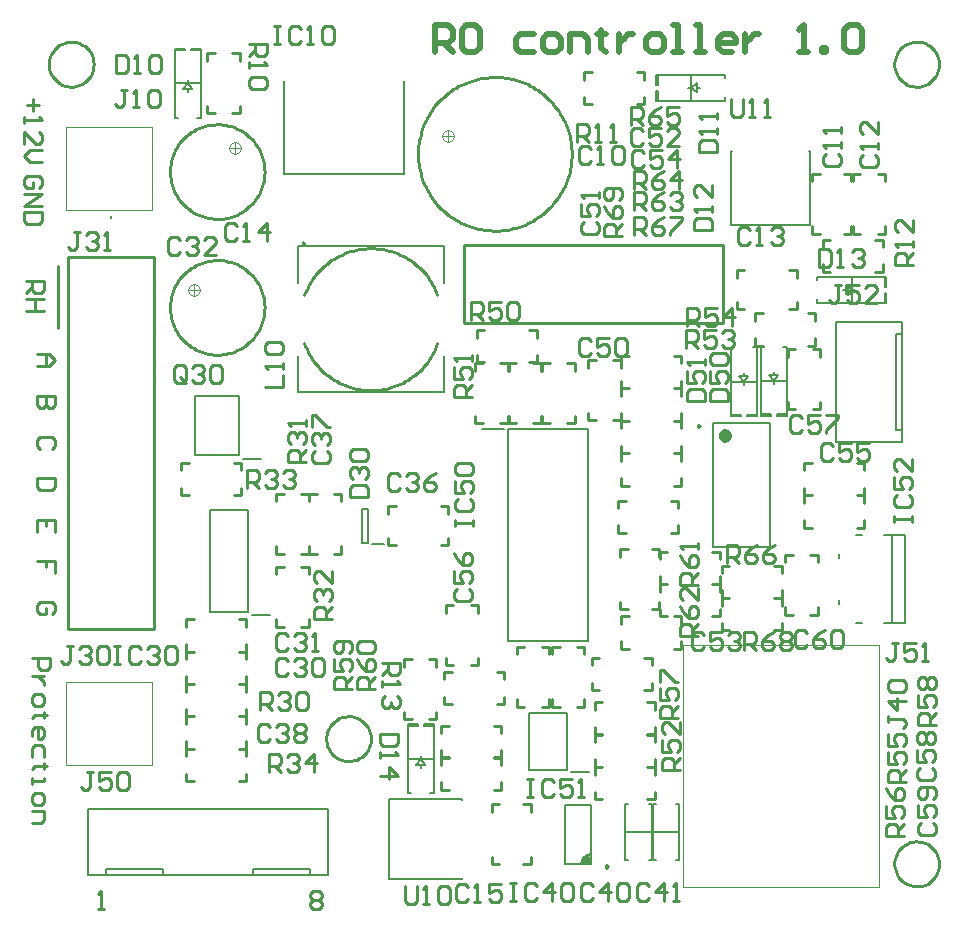
<source format=gto>
G04*
G04 #@! TF.GenerationSoftware,Altium Limited,Altium Designer,21.1.1 (26)*
G04*
G04 Layer_Color=65535*
%FSLAX25Y25*%
%MOIN*%
G70*
G04*
G04 #@! TF.SameCoordinates,8F0E7BDE-0208-4869-AEA5-3AB6D08E33FE*
G04*
G04*
G04 #@! TF.FilePolarity,Positive*
G04*
G01*
G75*
%ADD10C,0.00787*%
%ADD11C,0.00394*%
%ADD12C,0.01000*%
%ADD13C,0.00984*%
%ADD14C,0.02362*%
%ADD15C,0.00591*%
%ADD16C,0.02000*%
G36*
X380650Y183110D02*
X380650Y183110D01*
X377500D01*
Y184291D01*
X379468Y186260D01*
X380256D01*
X380650Y183110D01*
D02*
G37*
D10*
X220807Y213425D02*
Y213819D01*
Y213425D01*
Y213819D01*
X285575Y389843D02*
X284831Y390272D01*
Y389413D01*
X285575Y389843D01*
X220807Y398465D02*
Y398858D01*
Y398465D01*
Y398858D01*
X380650Y186260D02*
X379676Y186106D01*
X378798Y185658D01*
X378101Y184961D01*
X377654Y184083D01*
X377500Y183110D01*
X481240Y292559D02*
X485571D01*
Y263425D02*
Y292559D01*
X481240Y263425D02*
X485571D01*
X481240D02*
Y292559D01*
X478484Y263425D02*
X481240D01*
X469035D02*
X471004D01*
X463524Y269724D02*
Y270905D01*
Y285079D02*
Y286260D01*
X469035Y292559D02*
X471004D01*
X478484D02*
X481240D01*
X307716Y289803D02*
X311850D01*
X306339Y290000D02*
Y301417D01*
X304567D02*
X306339D01*
X304567Y290000D02*
Y301417D01*
Y290000D02*
X306339D01*
X278366Y413114D02*
X318366D01*
Y444153D01*
X278366Y413114D02*
Y444153D01*
X353091Y327992D02*
X379862D01*
Y257520D02*
Y327992D01*
X353091Y257520D02*
X379862D01*
X353091D02*
Y327992D01*
X344429Y327913D02*
X351713D01*
X268209Y181197D02*
X287209D01*
X268209Y179197D02*
Y181197D01*
X238209Y179197D02*
Y181197D01*
X213209Y179197D02*
X293209D01*
X287209D02*
Y181197D01*
X219209D02*
X238209D01*
X219209Y179197D02*
Y181197D01*
X213209Y179197D02*
Y201197D01*
X293209D01*
Y179197D02*
Y201197D01*
X337874Y204272D02*
Y204626D01*
Y178130D02*
Y178484D01*
X313386Y178130D02*
X337874D01*
X313386D02*
Y204626D01*
X337874D01*
X380650Y183110D02*
Y202795D01*
X371988Y183110D02*
Y202795D01*
Y183110D02*
X380650D01*
X371988Y202795D02*
X380650D01*
X421496Y288524D02*
X440394D01*
X421496Y329862D02*
X440394D01*
Y288524D02*
Y329862D01*
X421496Y288524D02*
Y329862D01*
X360177Y214213D02*
X372776D01*
X360177D02*
Y233504D01*
X372776D01*
Y214213D02*
Y233504D01*
X374153Y213701D02*
X380157D01*
X484563Y323740D02*
Y363740D01*
X482563Y359740D02*
X484563D01*
X482563Y327740D02*
Y359740D01*
Y327740D02*
X484563D01*
X462563Y323740D02*
X484563D01*
X462563D02*
Y363740D01*
X484563D01*
X427303Y420650D02*
X427658D01*
X453445D02*
X453799D01*
Y396161D02*
Y420650D01*
X427303Y396161D02*
X453799D01*
X427303D02*
Y420650D01*
X331831Y340197D02*
Y352402D01*
X283012Y340197D02*
X331831D01*
X283012D02*
Y352402D01*
X331831Y376811D02*
Y389016D01*
X283012Y376811D02*
Y389016D01*
X331831D01*
X267854Y266142D02*
X273957D01*
X266476Y266870D02*
Y300925D01*
X253878D02*
X266476D01*
X253878Y266870D02*
Y300925D01*
Y266870D02*
X266476D01*
X248957Y319331D02*
X263524D01*
X248957D02*
Y339016D01*
X263524D01*
Y319331D02*
Y339016D01*
X264902Y317953D02*
X270709D01*
D11*
X334980Y425630D02*
X334717Y426614D01*
X333996Y427335D01*
X333012Y427598D01*
X332028Y427335D01*
X331307Y426614D01*
X331043Y425630D01*
X331307Y424646D01*
X332028Y423925D01*
X333012Y423661D01*
X333996Y423925D01*
X334717Y424646D01*
X334980Y425630D01*
X250335Y374449D02*
X250071Y375433D01*
X249350Y376154D01*
X248366Y376417D01*
X247382Y376154D01*
X246661Y375433D01*
X246398Y374449D01*
X246661Y373465D01*
X247382Y372744D01*
X248366Y372480D01*
X249350Y372744D01*
X250071Y373465D01*
X250335Y374449D01*
X264114Y421693D02*
X263850Y422677D01*
X263130Y423398D01*
X262146Y423661D01*
X261161Y423398D01*
X260441Y422677D01*
X260177Y421693D01*
X260441Y420709D01*
X261161Y419988D01*
X262146Y419724D01*
X263130Y419988D01*
X263850Y420709D01*
X264114Y421693D01*
X205847Y215984D02*
Y243543D01*
X234587D01*
Y215984D02*
Y243543D01*
X205847Y215984D02*
X234587D01*
X411358Y175236D02*
X476713D01*
X476713Y255945D02*
X476713Y175236D01*
X411358Y255945D02*
X411358Y175236D01*
X411358Y255945D02*
X476713D01*
X331043Y425630D02*
X334980D01*
X333012Y423661D02*
Y427598D01*
X205847Y401024D02*
X234587D01*
Y428583D01*
X205847D02*
X234587D01*
X205847Y401024D02*
Y428583D01*
X248366Y372480D02*
Y376417D01*
X246398Y374449D02*
X250335D01*
X260177Y421693D02*
X264114D01*
X262146Y419724D02*
Y423661D01*
D12*
X374350Y419724D02*
X374331Y420723D01*
X374272Y421720D01*
X374175Y422714D01*
X374039Y423703D01*
X373865Y424686D01*
X373652Y425662D01*
X373401Y426629D01*
X373113Y427585D01*
X372788Y428529D01*
X372426Y429460D01*
X372028Y430376D01*
X371595Y431276D01*
X371127Y432158D01*
X370625Y433021D01*
X370090Y433864D01*
X369522Y434685D01*
X368922Y435484D01*
X368292Y436259D01*
X367632Y437008D01*
X366943Y437731D01*
X366227Y438427D01*
X365484Y439094D01*
X364715Y439732D01*
X363923Y440339D01*
X363107Y440915D01*
X362269Y441459D01*
X361411Y441969D01*
X360533Y442446D01*
X359638Y442888D01*
X358726Y443295D01*
X357799Y443666D01*
X356857Y444000D01*
X355904Y444298D01*
X354940Y444558D01*
X353966Y444780D01*
X352985Y444964D01*
X351997Y445109D01*
X351004Y445216D01*
X350008Y445285D01*
X349009Y445314D01*
X348011Y445304D01*
X347013Y445255D01*
X346019Y445168D01*
X345028Y445041D01*
X344043Y444876D01*
X343065Y444673D01*
X342096Y444432D01*
X341137Y444153D01*
X340190Y443837D01*
X339256Y443485D01*
X338336Y443096D01*
X337432Y442671D01*
X336545Y442212D01*
X335677Y441718D01*
X334829Y441191D01*
X334002Y440631D01*
X333198Y440039D01*
X332417Y439417D01*
X331661Y438764D01*
X330931Y438083D01*
X330229Y437373D01*
X329554Y436636D01*
X328909Y435874D01*
X328294Y435087D01*
X327710Y434277D01*
X327158Y433445D01*
X326640Y432592D01*
X326154Y431719D01*
X325704Y430828D01*
X325288Y429920D01*
X324908Y428996D01*
X324564Y428058D01*
X324258Y427108D01*
X323988Y426147D01*
X323757Y425175D01*
X323563Y424195D01*
X323408Y423209D01*
X323291Y422217D01*
X323213Y421222D01*
X323174Y420224D01*
Y419225D01*
X323213Y418227D01*
X323291Y417232D01*
X323408Y416240D01*
X323563Y415253D01*
X323757Y414274D01*
X323988Y413302D01*
X324258Y412341D01*
X324564Y411390D01*
X324908Y410453D01*
X325288Y409529D01*
X325704Y408621D01*
X326154Y407730D01*
X326640Y406857D01*
X327158Y406004D01*
X327710Y405172D01*
X328294Y404361D01*
X328909Y403575D01*
X329554Y402812D01*
X330229Y402076D01*
X330931Y401366D01*
X331661Y400685D01*
X332417Y400032D01*
X333198Y399409D01*
X334002Y398818D01*
X334829Y398258D01*
X335677Y397731D01*
X336545Y397237D01*
X337432Y396778D01*
X338336Y396353D01*
X339256Y395964D01*
X340190Y395612D01*
X341137Y395295D01*
X342096Y395017D01*
X343065Y394776D01*
X344043Y394572D01*
X345028Y394407D01*
X346019Y394281D01*
X347013Y394194D01*
X348011Y394145D01*
X349009Y394135D01*
X350008Y394164D01*
X351004Y394232D01*
X351997Y394339D01*
X352985Y394485D01*
X353966Y394669D01*
X354940Y394891D01*
X355904Y395151D01*
X356857Y395449D01*
X357798Y395783D01*
X358726Y396154D01*
X359638Y396561D01*
X360533Y397003D01*
X361411Y397480D01*
X362269Y397990D01*
X363107Y398534D01*
X363922Y399110D01*
X364715Y399717D01*
X365484Y400355D01*
X366227Y401022D01*
X366943Y401718D01*
X367632Y402441D01*
X368292Y403190D01*
X368922Y403965D01*
X369521Y404764D01*
X370089Y405585D01*
X370625Y406428D01*
X371127Y407291D01*
X371595Y408173D01*
X372028Y409073D01*
X372426Y409989D01*
X372788Y410920D01*
X373113Y411864D01*
X373401Y412820D01*
X373652Y413787D01*
X373865Y414762D01*
X374039Y415746D01*
X374175Y416735D01*
X374272Y417729D01*
X374331Y418726D01*
X374350Y419724D01*
X271988Y368543D02*
X271956Y369542D01*
X271862Y370537D01*
X271704Y371524D01*
X271483Y372498D01*
X271202Y373457D01*
X270860Y374396D01*
X270460Y375312D01*
X270002Y376200D01*
X269488Y377057D01*
X268922Y377880D01*
X268304Y378666D01*
X267637Y379411D01*
X266925Y380112D01*
X266170Y380766D01*
X265375Y381371D01*
X264543Y381925D01*
X263678Y382424D01*
X262782Y382868D01*
X261860Y383254D01*
X260916Y383581D01*
X259953Y383847D01*
X258975Y384052D01*
X257986Y384194D01*
X256990Y384274D01*
X255990Y384289D01*
X254992Y384242D01*
X253999Y384131D01*
X253015Y383958D01*
X252044Y383722D01*
X251090Y383425D01*
X250156Y383069D01*
X249247Y382653D01*
X248366Y382182D01*
X247517Y381655D01*
X246703Y381075D01*
X245927Y380445D01*
X245193Y379767D01*
X244504Y379044D01*
X243861Y378278D01*
X243269Y377473D01*
X242729Y376633D01*
X242243Y375760D01*
X241813Y374857D01*
X241442Y373929D01*
X241130Y372980D01*
X240879Y372013D01*
X240690Y371031D01*
X240563Y370040D01*
X240500Y369043D01*
Y368044D01*
X240563Y367046D01*
X240690Y366055D01*
X240879Y365074D01*
X241130Y364107D01*
X241442Y363157D01*
X241813Y362229D01*
X242243Y361327D01*
X242729Y360454D01*
X243269Y359613D01*
X243861Y358808D01*
X244504Y358043D01*
X245193Y357320D01*
X245927Y356642D01*
X246703Y356012D01*
X247517Y355432D01*
X248366Y354905D01*
X249247Y354433D01*
X250156Y354018D01*
X251090Y353661D01*
X252044Y353365D01*
X253015Y353129D01*
X253999Y352956D01*
X254992Y352845D01*
X255990Y352797D01*
X256990Y352813D01*
X257986Y352892D01*
X258975Y353034D01*
X259953Y353239D01*
X260916Y353505D01*
X261860Y353832D01*
X262782Y354218D01*
X263678Y354662D01*
X264543Y355162D01*
X265375Y355715D01*
X266170Y356321D01*
X266925Y356975D01*
X267637Y357676D01*
X268304Y358421D01*
X268921Y359206D01*
X269488Y360029D01*
X270002Y360887D01*
X270459Y361775D01*
X270860Y362690D01*
X271202Y363629D01*
X271483Y364588D01*
X271704Y365563D01*
X271862Y366550D01*
X271956Y367544D01*
X271988Y368543D01*
X307480Y224803D02*
X307414Y225800D01*
X307214Y226779D01*
X306887Y227723D01*
X306436Y228615D01*
X305871Y229439D01*
X305200Y230180D01*
X304437Y230825D01*
X303595Y231363D01*
X302689Y231784D01*
X301734Y232080D01*
X300749Y232246D01*
X299750Y232279D01*
X298756Y232179D01*
X297784Y231948D01*
X296851Y231589D01*
X295975Y231108D01*
X295170Y230516D01*
X294452Y229821D01*
X293833Y229037D01*
X293324Y228177D01*
X292934Y227257D01*
X292670Y226293D01*
X292536Y225303D01*
Y224304D01*
X292670Y223313D01*
X292934Y222349D01*
X293324Y221429D01*
X293833Y220570D01*
X294452Y219785D01*
X295170Y219091D01*
X295975Y218498D01*
X296851Y218018D01*
X297784Y217659D01*
X298756Y217427D01*
X299750Y217327D01*
X300749Y217360D01*
X301734Y217527D01*
X302689Y217823D01*
X303595Y218243D01*
X304437Y218781D01*
X305200Y219426D01*
X305871Y220167D01*
X306436Y220991D01*
X306887Y221883D01*
X307214Y222827D01*
X307414Y223806D01*
X307480Y224803D01*
X496850Y449606D02*
X496784Y450603D01*
X496585Y451583D01*
X496257Y452527D01*
X495806Y453418D01*
X495241Y454242D01*
X494570Y454983D01*
X493807Y455628D01*
X492965Y456166D01*
X492059Y456587D01*
X491104Y456883D01*
X490119Y457049D01*
X489120Y457082D01*
X488126Y456982D01*
X487154Y456751D01*
X486221Y456392D01*
X485345Y455911D01*
X484541Y455319D01*
X483822Y454624D01*
X483203Y453840D01*
X482694Y452980D01*
X482304Y452060D01*
X482040Y451096D01*
X481907Y450106D01*
Y449107D01*
X482040Y448116D01*
X482304Y447153D01*
X482694Y446233D01*
X483203Y445373D01*
X483822Y444589D01*
X484541Y443894D01*
X485345Y443301D01*
X486221Y442821D01*
X487154Y442462D01*
X488126Y442230D01*
X489120Y442130D01*
X490119Y442164D01*
X491104Y442330D01*
X492059Y442626D01*
X492965Y443047D01*
X493807Y443584D01*
X494570Y444229D01*
X495241Y444970D01*
X495806Y445794D01*
X496257Y446686D01*
X496585Y447630D01*
X496784Y448609D01*
X496850Y449606D01*
X215018D02*
X214951Y450603D01*
X214752Y451583D01*
X214424Y452527D01*
X213973Y453418D01*
X213408Y454242D01*
X212738Y454983D01*
X211975Y455628D01*
X211132Y456166D01*
X210226Y456587D01*
X209272Y456883D01*
X208286Y457049D01*
X207288Y457082D01*
X206293Y456982D01*
X205321Y456751D01*
X204389Y456392D01*
X203512Y455911D01*
X202708Y455319D01*
X201990Y454624D01*
X201370Y453840D01*
X200861Y452980D01*
X200471Y452060D01*
X200207Y451096D01*
X200074Y450106D01*
Y449107D01*
X200207Y448116D01*
X200471Y447153D01*
X200861Y446233D01*
X201370Y445373D01*
X201990Y444589D01*
X202708Y443894D01*
X203513Y443301D01*
X204389Y442821D01*
X205321Y442462D01*
X206293Y442230D01*
X207288Y442130D01*
X208286Y442164D01*
X209272Y442330D01*
X210226Y442626D01*
X211132Y443047D01*
X211975Y443584D01*
X212738Y444229D01*
X213408Y444970D01*
X213973Y445794D01*
X214424Y446686D01*
X214752Y447630D01*
X214951Y448609D01*
X215018Y449606D01*
X496850Y183071D02*
X496784Y184068D01*
X496585Y185047D01*
X496257Y185991D01*
X495806Y186883D01*
X495241Y187707D01*
X494570Y188448D01*
X493807Y189093D01*
X492965Y189631D01*
X492059Y190051D01*
X491104Y190347D01*
X490119Y190514D01*
X489120Y190547D01*
X488126Y190447D01*
X487154Y190215D01*
X486221Y189856D01*
X485345Y189376D01*
X484541Y188783D01*
X483822Y188089D01*
X483203Y187304D01*
X482694Y186445D01*
X482304Y185525D01*
X482040Y184561D01*
X481907Y183571D01*
Y182571D01*
X482040Y181581D01*
X482304Y180617D01*
X482694Y179697D01*
X483203Y178837D01*
X483822Y178053D01*
X484541Y177358D01*
X485345Y176766D01*
X486221Y176286D01*
X487154Y175926D01*
X488126Y175695D01*
X489120Y175595D01*
X490119Y175628D01*
X491104Y175794D01*
X492059Y176090D01*
X492965Y176511D01*
X493807Y177049D01*
X494570Y177694D01*
X495241Y178435D01*
X495806Y179259D01*
X496257Y180151D01*
X496585Y181095D01*
X496784Y182074D01*
X496850Y183071D01*
X329621Y372679D02*
X329261Y373607D01*
X328863Y374519D01*
X328426Y375413D01*
X327952Y376289D01*
X327442Y377143D01*
X326896Y377976D01*
X326315Y378784D01*
X325701Y379568D01*
X325055Y380324D01*
X324377Y381053D01*
X323669Y381753D01*
X322933Y382422D01*
X322168Y383060D01*
X321378Y383664D01*
X320563Y384236D01*
X319724Y384772D01*
X318864Y385272D01*
X317983Y385736D01*
X317083Y386162D01*
X316167Y386550D01*
X315234Y386899D01*
X314288Y387208D01*
X313330Y387477D01*
X312362Y387706D01*
X311384Y387894D01*
X310400Y388040D01*
X309410Y388144D01*
X308416Y388207D01*
X307421Y388228D01*
X306426Y388207D01*
X305433Y388144D01*
X304443Y388040D01*
X303458Y387894D01*
X302481Y387706D01*
X301512Y387477D01*
X300554Y387208D01*
X299608Y386899D01*
X298676Y386550D01*
X297759Y386162D01*
X296860Y385736D01*
X295979Y385272D01*
X295119Y384772D01*
X294280Y384236D01*
X293465Y383664D01*
X292674Y383060D01*
X291910Y382422D01*
X291173Y381753D01*
X290465Y381053D01*
X289788Y380324D01*
X289141Y379568D01*
X288527Y378784D01*
X287947Y377976D01*
X287401Y377143D01*
X286890Y376289D01*
X286416Y375413D01*
X285980Y374519D01*
X285581Y373607D01*
X285221Y372679D01*
X285221Y356534D02*
X285581Y355606D01*
X285980Y354694D01*
X286416Y353799D01*
X286890Y352924D01*
X287401Y352069D01*
X287947Y351237D01*
X288527Y350429D01*
X289141Y349645D01*
X289788Y348888D01*
X290465Y348160D01*
X291173Y347460D01*
X291910Y346791D01*
X292674Y346153D01*
X293465Y345548D01*
X294280Y344977D01*
X295118Y344441D01*
X295979Y343940D01*
X296860Y343477D01*
X297759Y343051D01*
X298676Y342663D01*
X299608Y342314D01*
X300554Y342004D01*
X301512Y341735D01*
X302481Y341507D01*
X303458Y341319D01*
X304443Y341173D01*
X305433Y341068D01*
X306426Y341005D01*
X307421Y340984D01*
X308416Y341005D01*
X309410Y341068D01*
X310399Y341173D01*
X311384Y341319D01*
X312361Y341507D01*
X313330Y341735D01*
X314288Y342004D01*
X315234Y342314D01*
X316167Y342663D01*
X317083Y343051D01*
X317983Y343477D01*
X318863Y343940D01*
X319724Y344441D01*
X320562Y344977D01*
X321378Y345548D01*
X322168Y346153D01*
X322932Y346790D01*
X323669Y347460D01*
X324377Y348159D01*
X325055Y348888D01*
X325701Y349645D01*
X326315Y350428D01*
X326896Y351237D01*
X327442Y352069D01*
X327952Y352924D01*
X328426Y353799D01*
X328863Y354693D01*
X329261Y355605D01*
X329621Y356533D01*
X271988Y413819D02*
X271956Y414818D01*
X271862Y415812D01*
X271704Y416799D01*
X271483Y417774D01*
X271202Y418733D01*
X270860Y419672D01*
X270460Y420587D01*
X270002Y421476D01*
X269488Y422333D01*
X268922Y423156D01*
X268304Y423942D01*
X267637Y424686D01*
X266925Y425387D01*
X266170Y426042D01*
X265375Y426647D01*
X264543Y427200D01*
X263678Y427700D01*
X262782Y428144D01*
X261860Y428530D01*
X260916Y428857D01*
X259953Y429123D01*
X258975Y429328D01*
X257986Y429470D01*
X256990Y429549D01*
X255990Y429565D01*
X254992Y429517D01*
X253999Y429407D01*
X253015Y429233D01*
X252044Y428998D01*
X251090Y428701D01*
X250156Y428344D01*
X249247Y427929D01*
X248366Y427457D01*
X247517Y426930D01*
X246703Y426351D01*
X245927Y425721D01*
X245193Y425042D01*
X244504Y424319D01*
X243861Y423554D01*
X243269Y422749D01*
X242729Y421908D01*
X242243Y421035D01*
X241813Y420133D01*
X241442Y419205D01*
X241130Y418256D01*
X240879Y417288D01*
X240690Y416307D01*
X240563Y415316D01*
X240500Y414319D01*
Y413319D01*
X240563Y412322D01*
X240690Y411331D01*
X240879Y410349D01*
X241130Y409382D01*
X241442Y408433D01*
X241813Y407505D01*
X242243Y406603D01*
X242729Y405729D01*
X243269Y404889D01*
X243861Y404084D01*
X244504Y403319D01*
X245193Y402595D01*
X245927Y401917D01*
X246703Y401287D01*
X247517Y400707D01*
X248366Y400181D01*
X249247Y399709D01*
X250156Y399294D01*
X251090Y398937D01*
X252044Y398640D01*
X253015Y398405D01*
X253999Y398231D01*
X254992Y398120D01*
X255990Y398073D01*
X256990Y398089D01*
X257986Y398168D01*
X258975Y398310D01*
X259953Y398515D01*
X260916Y398781D01*
X261860Y399108D01*
X262782Y399494D01*
X263678Y399938D01*
X264543Y400437D01*
X265375Y400991D01*
X266170Y401596D01*
X266925Y402250D01*
X267637Y402951D01*
X268304Y403696D01*
X268921Y404482D01*
X269488Y405305D01*
X270002Y406162D01*
X270459Y407050D01*
X270860Y407966D01*
X271202Y408905D01*
X271483Y409864D01*
X271704Y410839D01*
X271862Y411825D01*
X271956Y412820D01*
X271988Y413819D01*
X203150Y361811D02*
Y382283D01*
X379927Y330984D02*
X382427D01*
X379927D02*
Y333484D01*
Y348484D02*
Y350984D01*
X382427D01*
X390677Y330984D02*
Y333484D01*
X388177Y330984D02*
X390677D01*
Y348484D02*
Y350984D01*
X388177D02*
X390677D01*
X451949Y314207D02*
Y316707D01*
X454449D01*
X469449D02*
X471949D01*
Y314207D02*
Y316707D01*
X451949Y305957D02*
X454449D01*
X451949D02*
Y308457D01*
X469449Y305957D02*
X471949D01*
Y308457D01*
X424390Y280008D02*
Y282508D01*
X426890D01*
X444390Y280008D02*
Y282508D01*
X441890D02*
X444390D01*
X424390Y271758D02*
Y274258D01*
Y271758D02*
X426890D01*
X441890D02*
X444390D01*
Y274258D01*
X423721Y276429D02*
Y278929D01*
X421220Y276429D02*
X423721D01*
X403721D02*
Y278929D01*
Y276429D02*
X406220D01*
X423721Y284679D02*
Y287179D01*
X421220D02*
X423721D01*
X403721D02*
X406220D01*
X403721Y284679D02*
Y287179D01*
X390488Y267992D02*
X392988D01*
X390488D02*
Y270492D01*
Y287992D02*
X392988D01*
X390488Y285492D02*
Y287992D01*
X400988Y267992D02*
X403488D01*
Y270492D01*
Y285492D02*
Y287992D01*
X400988D02*
X403488D01*
X389941Y301661D02*
Y304161D01*
X392441D01*
X409941Y301661D02*
Y304161D01*
X407441D02*
X409941D01*
X389941Y293411D02*
Y295911D01*
Y293411D02*
X392441D01*
X407441D02*
X409941D01*
Y295911D01*
X372829Y350000D02*
X375329D01*
Y347500D02*
Y350000D01*
Y330000D02*
Y332500D01*
X372829Y330000D02*
X375329D01*
X364579Y347500D02*
Y350000D01*
X367079D01*
X364579Y330000D02*
Y332500D01*
Y330000D02*
X367079D01*
X333169Y289209D02*
Y291709D01*
X330669Y289209D02*
X333169D01*
X313169D02*
Y291709D01*
Y289209D02*
X315669D01*
X333169Y299709D02*
Y302209D01*
X330669D02*
X333169D01*
X313169D02*
X315669D01*
X313169Y299709D02*
Y302209D01*
X454465Y393189D02*
X456965D01*
X454465D02*
Y395689D01*
Y413189D02*
X456965D01*
X454465Y410689D02*
Y413189D01*
X464965Y393189D02*
X467465D01*
Y395689D01*
Y410689D02*
Y413189D01*
X464965D02*
X467465D01*
X476313D02*
X478813D01*
Y410689D02*
Y413189D01*
Y393189D02*
Y395689D01*
X476313Y393189D02*
X478813D01*
X468063Y410689D02*
Y413189D01*
X470563D01*
X468063Y393189D02*
Y395689D01*
Y393189D02*
X470563D01*
X378524Y444522D02*
Y447022D01*
X381024D01*
X396024D02*
X398524D01*
Y444522D02*
Y447022D01*
X378524Y436272D02*
X381024D01*
X378524D02*
Y438772D01*
X396024Y436272D02*
X398524D01*
Y438772D01*
X206437Y261260D02*
X235177D01*
Y385276D01*
X206437D02*
X235177D01*
X206437Y261260D02*
Y385276D01*
X478051Y380366D02*
Y382866D01*
X475551Y380366D02*
X478051D01*
X458051D02*
Y382866D01*
Y380366D02*
X460551D01*
X478051Y388616D02*
Y391116D01*
X475551D02*
X478051D01*
X458051D02*
X460551D01*
X458051Y388616D02*
Y391116D01*
X347772Y182953D02*
X350272D01*
X347772D02*
Y185453D01*
Y202953D02*
X350272D01*
X347772Y200453D02*
Y202953D01*
X358272Y182953D02*
X360772D01*
Y185453D01*
Y200453D02*
Y202953D01*
X358272D02*
X360772D01*
X402067Y204579D02*
Y207079D01*
X399567Y204579D02*
X402067D01*
X382067D02*
Y207079D01*
Y204579D02*
X384567D01*
X402067Y212829D02*
Y215329D01*
X399567D02*
X402067D01*
X382067D02*
X384567D01*
X382067Y212829D02*
Y215329D01*
X362697Y350248D02*
Y352748D01*
X360197Y350248D02*
X362697D01*
X342697D02*
Y352748D01*
Y350248D02*
X345197D01*
X362697Y358498D02*
Y360998D01*
X360197D02*
X362697D01*
X342697D02*
X345197D01*
X342697Y358498D02*
Y360998D01*
X342276Y330000D02*
X344776D01*
X342276D02*
Y332500D01*
Y350000D02*
X344776D01*
X342276Y347500D02*
Y350000D01*
X350526Y330000D02*
X353026D01*
Y332500D01*
Y347500D02*
Y350000D01*
X350526D02*
X353026D01*
X353352Y330000D02*
X355852D01*
X353352D02*
Y332500D01*
Y347500D02*
Y350000D01*
X355852D01*
X364102Y330000D02*
Y332500D01*
X361602Y330000D02*
X364102D01*
Y347500D02*
Y350000D01*
X361602D02*
X364102D01*
X444390Y260931D02*
Y263431D01*
X441890Y260931D02*
X444390D01*
X424390D02*
X426890D01*
X424390D02*
Y263431D01*
X441890Y271681D02*
X444390D01*
Y269181D02*
Y271681D01*
X424390D02*
X426890D01*
X424390Y269181D02*
Y271681D01*
X453872Y286024D02*
X456372D01*
Y283524D02*
Y286024D01*
Y266024D02*
Y268524D01*
X453872Y266024D02*
X456372D01*
X445622Y283524D02*
Y286024D01*
X448122D01*
X445622Y266024D02*
Y268524D01*
Y266024D02*
X448122D01*
X451949Y303380D02*
Y305880D01*
X454449D01*
X469449D02*
X471949D01*
Y303380D02*
Y305880D01*
X451949Y295130D02*
X454449D01*
X451949D02*
Y297630D01*
X469449Y295130D02*
X471949D01*
Y297630D01*
X410925Y330813D02*
Y333313D01*
X408425Y330813D02*
X410925D01*
X390925D02*
X393425D01*
X390925D02*
Y333313D01*
X408425Y341563D02*
X410925D01*
Y339063D02*
Y341563D01*
X390925D02*
X393425D01*
X390925Y339063D02*
Y341563D01*
X410925Y319986D02*
Y322486D01*
X408425Y319986D02*
X410925D01*
X390925D02*
X393425D01*
X390925D02*
Y322486D01*
X408425Y330736D02*
X410925D01*
Y328236D02*
Y330736D01*
X390925D02*
X393425D01*
X390925Y328236D02*
Y330736D01*
Y263026D02*
Y265526D01*
X393425D01*
X408425D02*
X410925D01*
Y263026D02*
Y265526D01*
X390925Y254776D02*
X393425D01*
X390925D02*
Y257276D01*
X408425Y254776D02*
X410925D01*
Y257276D01*
X403721Y273852D02*
Y276352D01*
X406220D01*
X421220D02*
X423721D01*
Y273852D02*
Y276352D01*
X403721Y265602D02*
X406220D01*
X403721D02*
Y268102D01*
X421220Y265602D02*
X423721D01*
Y268102D01*
X446410Y334528D02*
X448910D01*
X446410D02*
Y337028D01*
Y354528D02*
X448910D01*
X446410Y352028D02*
Y354528D01*
X454660Y334528D02*
X457160D01*
Y337028D01*
Y352028D02*
Y354528D01*
X454660D02*
X457160D01*
X435610Y364063D02*
Y366563D01*
X438110D01*
X455610Y364063D02*
Y366563D01*
X453110D02*
X455610D01*
X435610Y355813D02*
Y358313D01*
Y355813D02*
X438110D01*
X453110D02*
X455610D01*
Y358313D01*
X410925Y341640D02*
Y344140D01*
X408425Y341640D02*
X410925D01*
X390925D02*
X393425D01*
X390925D02*
Y344140D01*
X408425Y352390D02*
X410925D01*
Y349890D02*
Y352390D01*
X390925D02*
X393425D01*
X390925Y349890D02*
Y352390D01*
X410925Y309159D02*
Y311660D01*
X408425Y309159D02*
X410925D01*
X390925D02*
X393425D01*
X390925D02*
Y311660D01*
X408425Y319910D02*
X410925D01*
Y317409D02*
Y319910D01*
X390925D02*
X393425D01*
X390925Y317409D02*
Y319910D01*
X340683Y269291D02*
X343183D01*
Y266791D02*
Y269291D01*
Y249291D02*
Y251791D01*
X340683Y249291D02*
X343183D01*
X332433Y266791D02*
Y269291D01*
X334933D01*
X332433Y249291D02*
Y251791D01*
Y249291D02*
X334933D01*
X350886Y207782D02*
Y210281D01*
X348386Y207782D02*
X350886D01*
X330886D02*
X333386D01*
X330886D02*
Y210281D01*
X348386Y218531D02*
X350886D01*
Y216032D02*
Y218531D01*
X330886D02*
X333386D01*
X330886Y216032D02*
Y218531D01*
Y226608D02*
Y229108D01*
X333386D01*
X348386D02*
X350886D01*
Y226608D02*
Y229108D01*
X330886Y218358D02*
X333386D01*
X330886D02*
Y220858D01*
X348386Y218358D02*
X350886D01*
Y220858D01*
X402067Y226232D02*
Y228732D01*
X399567Y226232D02*
X402067D01*
X382067D02*
Y228732D01*
Y226232D02*
X384567D01*
X402067Y234482D02*
Y236982D01*
X399567D02*
X402067D01*
X382067D02*
X384567D01*
X382067Y234482D02*
Y236982D01*
X402067Y215406D02*
Y217905D01*
X399567Y215406D02*
X402067D01*
X382067D02*
Y217905D01*
Y215406D02*
X384567D01*
X402067Y223656D02*
Y226155D01*
X399567D02*
X402067D01*
X382067D02*
X384567D01*
X382067Y223656D02*
Y226155D01*
X376116Y255512D02*
X378616D01*
Y253012D02*
Y255512D01*
Y235512D02*
Y238012D01*
X376116Y235512D02*
X378616D01*
X367866Y253012D02*
Y255512D01*
X370366D01*
X367866Y235512D02*
Y238012D01*
Y235512D02*
X370366D01*
X351870Y236325D02*
Y238825D01*
X349370Y236325D02*
X351870D01*
X331870D02*
X334370D01*
X331870D02*
Y238825D01*
X349370Y247075D02*
X351870D01*
Y244575D02*
Y247075D01*
X331870D02*
X334370D01*
X331870Y244575D02*
Y247075D01*
X364305Y255512D02*
X366805D01*
Y253012D02*
Y255512D01*
Y235512D02*
Y238012D01*
X364305Y235512D02*
X366805D01*
X356055Y253012D02*
Y255512D01*
X358555D01*
X356055Y235512D02*
Y238012D01*
Y235512D02*
X358555D01*
X381083Y249246D02*
Y251746D01*
X383583D01*
X398583D02*
X401083D01*
Y249246D02*
Y251746D01*
X381083Y240996D02*
X383583D01*
X381083D02*
Y243496D01*
X398583Y240996D02*
X401083D01*
Y243496D01*
X318516Y231339D02*
X321016D01*
X318516D02*
Y233839D01*
Y251339D02*
X321016D01*
X318516Y248839D02*
Y251339D01*
X326766Y231339D02*
X329266D01*
Y233839D01*
Y248839D02*
Y251339D01*
X326766D02*
X329266D01*
X338386Y363425D02*
Y389409D01*
Y363425D02*
X424921D01*
Y389409D01*
X338386D02*
X424921D01*
X261209Y453346D02*
X263709D01*
Y450846D02*
Y453346D01*
X261209Y433347D02*
X263709D01*
Y435847D01*
X252959Y453346D02*
X255459D01*
X252959Y450846D02*
Y453346D01*
Y433347D02*
Y435847D01*
Y433347D02*
X255459D01*
X275937Y286496D02*
X278437D01*
X275937D02*
Y288996D01*
Y306496D02*
X278437D01*
X275937Y303996D02*
Y306496D01*
X284187Y286496D02*
X286687D01*
Y288996D01*
Y303996D02*
Y306496D01*
X284187D02*
X286687D01*
X265846Y221472D02*
Y223972D01*
X263347Y221472D02*
X265846D01*
X245847D02*
Y223972D01*
Y221472D02*
X248346D01*
X265846Y229722D02*
Y232222D01*
X263347D02*
X265846D01*
X245847D02*
X248346D01*
X245847Y229722D02*
Y232222D01*
Y262094D02*
Y264595D01*
X248346D01*
X265846Y262094D02*
Y264595D01*
X263347D02*
X265846D01*
X245847Y253844D02*
Y256345D01*
Y253844D02*
X248346D01*
X263347D02*
X265846D01*
Y256345D01*
X245847Y251304D02*
Y253804D01*
X248346D01*
X265846Y251304D02*
Y253804D01*
X263347D02*
X265846D01*
X245847Y243054D02*
Y245554D01*
Y243054D02*
X248346D01*
X263347D02*
X265846D01*
Y245554D01*
X275937Y262087D02*
X278437D01*
X275937D02*
Y264587D01*
Y282087D02*
X278437D01*
X275937Y279587D02*
Y282087D01*
X284187Y262087D02*
X286687D01*
Y264587D01*
Y279587D02*
Y282087D01*
X284187D02*
X286687D01*
X286817Y286496D02*
X289317D01*
X286817D02*
Y288996D01*
Y303996D02*
Y306496D01*
X289317D01*
X297567Y286496D02*
Y288996D01*
X295067Y286496D02*
X297567D01*
Y303996D02*
Y306496D01*
X295067D02*
X297567D01*
X265846Y210681D02*
Y213181D01*
X263347Y210681D02*
X265846D01*
X245847D02*
Y213181D01*
Y210681D02*
X248346D01*
X265846Y218931D02*
Y221431D01*
X263347D02*
X265846D01*
X245847D02*
X248346D01*
X245847Y218931D02*
Y221431D01*
Y240513D02*
Y243013D01*
X248346D01*
X265846Y240513D02*
Y243013D01*
X263347D02*
X265846D01*
X245847Y232263D02*
Y234763D01*
Y232263D02*
X248346D01*
X263347D02*
X265846D01*
Y234763D01*
X264272Y305957D02*
Y308457D01*
X261772Y305957D02*
X264272D01*
X244272D02*
Y308457D01*
Y305957D02*
X246772D01*
X264272Y314207D02*
Y316707D01*
X261772D02*
X264272D01*
X244272D02*
X246772D01*
X244272Y314207D02*
Y316707D01*
X449311Y367949D02*
Y370449D01*
X446811Y367949D02*
X449311D01*
X429311D02*
X431811D01*
X429311D02*
Y370449D01*
X446811Y380949D02*
X449311D01*
Y378449D02*
Y380949D01*
X429311D02*
X431811D01*
X429311Y378449D02*
Y380949D01*
X416686Y420274D02*
X422684D01*
Y423273D01*
X421684Y424272D01*
X417686D01*
X416686Y423273D01*
Y420274D01*
X422684Y426272D02*
Y428271D01*
Y427272D01*
X416686D01*
X417686Y426272D01*
X422684Y431270D02*
Y433270D01*
Y432270D01*
X416686D01*
X417686Y431270D01*
X194307Y251756D02*
X200305D01*
Y248757D01*
X199305Y247757D01*
X197306D01*
X196306Y248757D01*
Y251756D01*
X198306Y245758D02*
X194307D01*
X196306D01*
X197306Y244758D01*
X198306Y243759D01*
Y242759D01*
X194307Y238760D02*
Y236761D01*
X195307Y235761D01*
X197306D01*
X198306Y236761D01*
Y238760D01*
X197306Y239760D01*
X195307D01*
X194307Y238760D01*
X199305Y232762D02*
X198306D01*
Y233762D01*
Y231762D01*
Y232762D01*
X195307D01*
X194307Y231762D01*
Y225764D02*
Y227764D01*
X195307Y228763D01*
X197306D01*
X198306Y227764D01*
Y225764D01*
X197306Y224765D01*
X196306D01*
Y228763D01*
X198306Y218767D02*
Y221766D01*
X197306Y222765D01*
X195307D01*
X194307Y221766D01*
Y218767D01*
X199305Y215768D02*
X198306D01*
Y216767D01*
Y214768D01*
Y215768D01*
X195307D01*
X194307Y214768D01*
Y211769D02*
Y209770D01*
Y210769D01*
X198306D01*
Y211769D01*
X194307Y205771D02*
Y203771D01*
X195307Y202772D01*
X197306D01*
X198306Y203771D01*
Y205771D01*
X197306Y206770D01*
X195307D01*
X194307Y205771D01*
Y200772D02*
X198306D01*
Y197773D01*
X197306Y196774D01*
X194307D01*
X287221Y172927D02*
X288220Y173927D01*
X290219D01*
X291219Y172927D01*
Y171928D01*
X290219Y170928D01*
X291219Y169929D01*
Y168929D01*
X290219Y167929D01*
X288220D01*
X287221Y168929D01*
Y169929D01*
X288220Y170928D01*
X287221Y171928D01*
Y172927D01*
X288220Y170928D02*
X290219D01*
X216354Y167929D02*
X218354D01*
X217354D01*
Y173927D01*
X216354Y172927D01*
X200978Y266197D02*
X201977Y267197D01*
Y269196D01*
X200978Y270196D01*
X196979D01*
X195979Y269196D01*
Y267197D01*
X196979Y266197D01*
X198978D01*
Y268197D01*
X201977Y279981D02*
Y283980D01*
X198978D01*
Y281980D01*
Y283980D01*
X195979D01*
X201977Y293823D02*
Y297822D01*
X195979D01*
Y293823D01*
X198978Y297822D02*
Y295823D01*
X201977Y311548D02*
X195979D01*
Y308549D01*
X196979Y307549D01*
X200978D01*
X201977Y308549D01*
Y311548D01*
X200978Y321275D02*
X201977Y322274D01*
Y324274D01*
X200978Y325273D01*
X196979D01*
X195979Y324274D01*
Y322274D01*
X196979Y321275D01*
X201977Y339115D02*
X195979D01*
Y336116D01*
X196979Y335117D01*
X197979D01*
X198978Y336116D01*
Y339115D01*
Y336116D01*
X199978Y335117D01*
X200978D01*
X201977Y336116D01*
Y339115D01*
X195979Y352899D02*
X199978D01*
X201977Y350900D01*
X199978Y348901D01*
X195979D01*
X198978D01*
Y352899D01*
X192339Y377346D02*
X198337D01*
Y374347D01*
X197337Y373348D01*
X195338D01*
X194338Y374347D01*
Y377346D01*
Y375347D02*
X192339Y373348D01*
X198337Y371348D02*
X192339D01*
X195338D01*
Y367350D01*
X198337D01*
X192339D01*
X196943Y408387D02*
X197943Y409387D01*
Y411386D01*
X196943Y412386D01*
X192945D01*
X191945Y411386D01*
Y409387D01*
X192945Y408387D01*
X194944D01*
Y410387D01*
X191945Y406388D02*
X197943D01*
X191945Y402389D01*
X197943D01*
Y400390D02*
X191945D01*
Y397391D01*
X192945Y396391D01*
X196943D01*
X197943Y397391D01*
Y400390D01*
X194944Y437976D02*
Y433978D01*
X196943Y435977D02*
X192945D01*
X191945Y431978D02*
Y429979D01*
Y430979D01*
X197943D01*
X196943Y431978D01*
X191945Y422981D02*
Y426980D01*
X195944Y422981D01*
X196943D01*
X197943Y423981D01*
Y425980D01*
X196943Y426980D01*
X197943Y420982D02*
X193944D01*
X191945Y418983D01*
X193944Y416983D01*
X197943D01*
X391188Y392396D02*
X385190D01*
Y395395D01*
X386190Y396395D01*
X388189D01*
X389189Y395395D01*
Y392396D01*
Y394396D02*
X391188Y396395D01*
X385190Y402393D02*
X386190Y400394D01*
X388189Y398394D01*
X390188D01*
X391188Y399394D01*
Y401393D01*
X390188Y402393D01*
X389189D01*
X388189Y401393D01*
Y398394D01*
X390188Y404392D02*
X391188Y405392D01*
Y407391D01*
X390188Y408391D01*
X386190D01*
X385190Y407391D01*
Y405392D01*
X386190Y404392D01*
X387189D01*
X388189Y405392D01*
Y408391D01*
X431766Y254481D02*
Y260479D01*
X434765D01*
X435765Y259480D01*
Y257480D01*
X434765Y256481D01*
X431766D01*
X433766D02*
X435765Y254481D01*
X441763Y260479D02*
X439764Y259480D01*
X437764Y257480D01*
Y255481D01*
X438764Y254481D01*
X440764D01*
X441763Y255481D01*
Y256481D01*
X440764Y257480D01*
X437764D01*
X443762Y259480D02*
X444762Y260479D01*
X446762D01*
X447761Y259480D01*
Y258480D01*
X446762Y257480D01*
X447761Y256481D01*
Y255481D01*
X446762Y254481D01*
X444762D01*
X443762Y255481D01*
Y256481D01*
X444762Y257480D01*
X443762Y258480D01*
Y259480D01*
X444762Y257480D02*
X446762D01*
X395152Y392670D02*
Y398668D01*
X398151D01*
X399151Y397669D01*
Y395669D01*
X398151Y394670D01*
X395152D01*
X397151D02*
X399151Y392670D01*
X405149Y398668D02*
X403150Y397669D01*
X401150Y395669D01*
Y393670D01*
X402150Y392670D01*
X404149D01*
X405149Y393670D01*
Y394670D01*
X404149Y395669D01*
X401150D01*
X407148Y398668D02*
X411147D01*
Y397669D01*
X407148Y393670D01*
Y392670D01*
X426255Y283221D02*
Y289219D01*
X429254D01*
X430253Y288220D01*
Y286221D01*
X429254Y285221D01*
X426255D01*
X428254D02*
X430253Y283221D01*
X436251Y289219D02*
X434252Y288220D01*
X432253Y286221D01*
Y284221D01*
X433252Y283221D01*
X435252D01*
X436251Y284221D01*
Y285221D01*
X435252Y286221D01*
X432253D01*
X442249Y289219D02*
X440250Y288220D01*
X438251Y286221D01*
Y284221D01*
X439250Y283221D01*
X441250D01*
X442249Y284221D01*
Y285221D01*
X441250Y286221D01*
X438251D01*
X393971Y429284D02*
Y435283D01*
X396970D01*
X397970Y434283D01*
Y432283D01*
X396970Y431284D01*
X393971D01*
X395970D02*
X397970Y429284D01*
X403968Y435283D02*
X401968Y434283D01*
X399969Y432283D01*
Y430284D01*
X400969Y429284D01*
X402968D01*
X403968Y430284D01*
Y431284D01*
X402968Y432283D01*
X399969D01*
X409966Y435283D02*
X405967D01*
Y432283D01*
X407967Y433283D01*
X408966D01*
X409966Y432283D01*
Y430284D01*
X408966Y429284D01*
X406967D01*
X405967Y430284D01*
X395152Y408025D02*
Y414023D01*
X398151D01*
X399151Y413023D01*
Y411024D01*
X398151Y410024D01*
X395152D01*
X397151D02*
X399151Y408025D01*
X405149Y414023D02*
X403150Y413023D01*
X401150Y411024D01*
Y409024D01*
X402150Y408025D01*
X404149D01*
X405149Y409024D01*
Y410024D01*
X404149Y411024D01*
X401150D01*
X410147Y408025D02*
Y414023D01*
X407148Y411024D01*
X411147D01*
X395152Y400938D02*
Y406936D01*
X398151D01*
X399151Y405936D01*
Y403937D01*
X398151Y402937D01*
X395152D01*
X397151D02*
X399151Y400938D01*
X405149Y406936D02*
X403150Y405936D01*
X401150Y403937D01*
Y401938D01*
X402150Y400938D01*
X404149D01*
X405149Y401938D01*
Y402937D01*
X404149Y403937D01*
X401150D01*
X407148Y405936D02*
X408148Y406936D01*
X410147D01*
X411147Y405936D01*
Y404937D01*
X410147Y403937D01*
X409148D01*
X410147D01*
X411147Y402937D01*
Y401938D01*
X410147Y400938D01*
X408148D01*
X407148Y401938D01*
X416385Y258932D02*
X410387D01*
Y261931D01*
X411386Y262930D01*
X413386D01*
X414386Y261931D01*
Y258932D01*
Y260931D02*
X416385Y262930D01*
X410387Y268929D02*
X411386Y266929D01*
X413386Y264930D01*
X415385D01*
X416385Y265930D01*
Y267929D01*
X415385Y268929D01*
X414386D01*
X413386Y267929D01*
Y264930D01*
X416385Y274926D02*
Y270928D01*
X412386Y274926D01*
X411386D01*
X410387Y273927D01*
Y271927D01*
X411386Y270928D01*
X416385Y276073D02*
X410387D01*
Y279072D01*
X411386Y280072D01*
X413386D01*
X414386Y279072D01*
Y276073D01*
Y278073D02*
X416385Y280072D01*
X410387Y286070D02*
X411386Y284071D01*
X413386Y282071D01*
X415385D01*
X416385Y283071D01*
Y285070D01*
X415385Y286070D01*
X414386D01*
X413386Y285070D01*
Y282071D01*
X416385Y288069D02*
Y290069D01*
Y289069D01*
X410387D01*
X411386Y288069D01*
X308905Y241215D02*
X302906D01*
Y244214D01*
X303906Y245214D01*
X305906D01*
X306905Y244214D01*
Y241215D01*
Y243215D02*
X308905Y245214D01*
X302906Y251212D02*
X303906Y249213D01*
X305906Y247213D01*
X307905D01*
X308905Y248213D01*
Y250212D01*
X307905Y251212D01*
X306905D01*
X305906Y250212D01*
Y247213D01*
X303906Y253211D02*
X302906Y254211D01*
Y256210D01*
X303906Y257210D01*
X307905D01*
X308905Y256210D01*
Y254211D01*
X307905Y253211D01*
X303906D01*
X301030Y241215D02*
X295033D01*
Y244214D01*
X296032Y245214D01*
X298031D01*
X299031Y244214D01*
Y241215D01*
Y243215D02*
X301030Y245214D01*
X295033Y251212D02*
Y247213D01*
X298031D01*
X297032Y249213D01*
Y250212D01*
X298031Y251212D01*
X300031D01*
X301030Y250212D01*
Y248213D01*
X300031Y247213D01*
Y253211D02*
X301030Y254211D01*
Y256210D01*
X300031Y257210D01*
X296032D01*
X295033Y256210D01*
Y254211D01*
X296032Y253211D01*
X297032D01*
X298031Y254211D01*
Y257210D01*
X495912Y229404D02*
X489914D01*
Y232403D01*
X490914Y233403D01*
X492913D01*
X493913Y232403D01*
Y229404D01*
Y231403D02*
X495912Y233403D01*
X489914Y239401D02*
Y235402D01*
X492913D01*
X491914Y237402D01*
Y238401D01*
X492913Y239401D01*
X494913D01*
X495912Y238401D01*
Y236402D01*
X494913Y235402D01*
X490914Y241400D02*
X489914Y242400D01*
Y244399D01*
X490914Y245399D01*
X491914D01*
X492913Y244399D01*
X493913Y245399D01*
X494913D01*
X495912Y244399D01*
Y242400D01*
X494913Y241400D01*
X493913D01*
X492913Y242400D01*
X491914Y241400D01*
X490914D01*
X492913Y242400D02*
Y244399D01*
X409692Y231766D02*
X403694D01*
Y234765D01*
X404694Y235765D01*
X406693D01*
X407693Y234765D01*
Y231766D01*
Y233766D02*
X409692Y235765D01*
X403694Y241763D02*
Y237764D01*
X406693D01*
X405693Y239764D01*
Y240763D01*
X406693Y241763D01*
X408692D01*
X409692Y240763D01*
Y238764D01*
X408692Y237764D01*
X403694Y243762D02*
Y247761D01*
X404694D01*
X408692Y243762D01*
X409692D01*
X318880Y175834D02*
Y170835D01*
X319880Y169836D01*
X321879D01*
X322879Y170835D01*
Y175834D01*
X324878Y169836D02*
X326878D01*
X325878D01*
Y175834D01*
X324878Y174834D01*
X329877D02*
X330876Y175834D01*
X332876D01*
X333875Y174834D01*
Y170835D01*
X332876Y169836D01*
X330876D01*
X329877Y170835D01*
Y174834D01*
X311174Y250017D02*
X317172D01*
Y247018D01*
X316173Y246019D01*
X314173D01*
X313174Y247018D01*
Y250017D01*
Y248018D02*
X311174Y246019D01*
Y244019D02*
Y242020D01*
Y243020D01*
X317172D01*
X316173Y244019D01*
Y239021D02*
X317172Y238021D01*
Y236022D01*
X316173Y235022D01*
X315173D01*
X314173Y236022D01*
Y237021D01*
Y236022D01*
X313174Y235022D01*
X312174D01*
X311174Y236022D01*
Y238021D01*
X312174Y239021D01*
X316385Y226395D02*
X310387D01*
Y223396D01*
X311386Y222396D01*
X315385D01*
X316385Y223396D01*
Y226395D01*
X310387Y220397D02*
Y218398D01*
Y219397D01*
X316385D01*
X315385Y220397D01*
X310387Y212400D02*
X316385D01*
X313386Y215399D01*
Y211400D01*
X339808Y175228D02*
X338809Y176227D01*
X336809D01*
X335809Y175228D01*
Y171229D01*
X336809Y170229D01*
X338809D01*
X339808Y171229D01*
X341808Y170229D02*
X343807D01*
X342807D01*
Y176227D01*
X341808Y175228D01*
X350805Y176227D02*
X346806D01*
Y173228D01*
X348805Y174228D01*
X349805D01*
X350805Y173228D01*
Y171229D01*
X349805Y170229D01*
X347806D01*
X346806Y171229D01*
X275126Y462448D02*
X277125D01*
X276125D01*
Y456450D01*
X275126D01*
X277125D01*
X284123Y461448D02*
X283123Y462448D01*
X281124D01*
X280124Y461448D01*
Y457449D01*
X281124Y456450D01*
X283123D01*
X284123Y457449D01*
X286122Y456450D02*
X288122D01*
X287122D01*
Y462448D01*
X286122Y461448D01*
X291121D02*
X292120Y462448D01*
X294120D01*
X295119Y461448D01*
Y457449D01*
X294120Y456450D01*
X292120D01*
X291121Y457449D01*
Y461448D01*
X279678Y259086D02*
X278678Y260086D01*
X276679D01*
X275679Y259086D01*
Y255087D01*
X276679Y254088D01*
X278678D01*
X279678Y255087D01*
X281678Y259086D02*
X282677Y260086D01*
X284677D01*
X285676Y259086D01*
Y258086D01*
X284677Y257087D01*
X283677D01*
X284677D01*
X285676Y256087D01*
Y255087D01*
X284677Y254088D01*
X282677D01*
X281678Y255087D01*
X287676Y254088D02*
X289675D01*
X288675D01*
Y260086D01*
X287676Y259086D01*
X279860Y250818D02*
X278860Y251818D01*
X276860D01*
X275861Y250818D01*
Y246819D01*
X276860Y245820D01*
X278860D01*
X279860Y246819D01*
X281859Y250818D02*
X282859Y251818D01*
X284858D01*
X285858Y250818D01*
Y249819D01*
X284858Y248819D01*
X283858D01*
X284858D01*
X285858Y247819D01*
Y246819D01*
X284858Y245820D01*
X282859D01*
X281859Y246819D01*
X287857Y250818D02*
X288857Y251818D01*
X290856D01*
X291856Y250818D01*
Y246819D01*
X290856Y245820D01*
X288857D01*
X287857Y246819D01*
Y250818D01*
X208206Y255755D02*
X206207D01*
X207206D01*
Y250757D01*
X206207Y249757D01*
X205207D01*
X204207Y250757D01*
X210205Y254755D02*
X211205Y255755D01*
X213204D01*
X214204Y254755D01*
Y253756D01*
X213204Y252756D01*
X212205D01*
X213204D01*
X214204Y251756D01*
Y250757D01*
X213204Y249757D01*
X211205D01*
X210205Y250757D01*
X216203Y254755D02*
X217203Y255755D01*
X219202D01*
X220202Y254755D01*
Y250757D01*
X219202Y249757D01*
X217203D01*
X216203Y250757D01*
Y254755D01*
X479678Y232222D02*
Y230222D01*
Y231222D01*
X484677D01*
X485676Y230222D01*
Y229223D01*
X484677Y228223D01*
X485676Y237220D02*
X479678D01*
X482677Y234221D01*
Y238220D01*
X480678Y240219D02*
X479678Y241219D01*
Y243218D01*
X480678Y244218D01*
X484677D01*
X485676Y243218D01*
Y241219D01*
X484677Y240219D01*
X480678D01*
X415111Y394471D02*
X421109D01*
Y397470D01*
X420110Y398470D01*
X416111D01*
X415111Y397470D01*
Y394471D01*
X421109Y400469D02*
Y402468D01*
Y401469D01*
X415111D01*
X416111Y400469D01*
X421109Y409466D02*
Y405467D01*
X417111Y409466D01*
X416111D01*
X415111Y408466D01*
Y406467D01*
X416111Y405467D01*
X481647Y296984D02*
Y298983D01*
Y297983D01*
X487645D01*
Y296984D01*
Y298983D01*
X482646Y305981D02*
X481647Y304981D01*
Y302982D01*
X482646Y301982D01*
X486645D01*
X487645Y302982D01*
Y304981D01*
X486645Y305981D01*
X481647Y311979D02*
Y307980D01*
X484646D01*
X483646Y309980D01*
Y310979D01*
X484646Y311979D01*
X486645D01*
X487645Y310979D01*
Y308980D01*
X486645Y307980D01*
X487645Y317977D02*
Y313978D01*
X483646Y317977D01*
X482646D01*
X481647Y316977D01*
Y314978D01*
X482646Y313978D01*
X427554Y438178D02*
Y433179D01*
X428554Y432179D01*
X430553D01*
X431553Y433179D01*
Y438178D01*
X433552Y432179D02*
X435552D01*
X434552D01*
Y438178D01*
X433552Y437178D01*
X438551Y432179D02*
X440550D01*
X439550D01*
Y438178D01*
X438551Y437178D01*
X485283Y192396D02*
X479284D01*
Y195395D01*
X480284Y196395D01*
X482283D01*
X483283Y195395D01*
Y192396D01*
Y194396D02*
X485283Y196395D01*
X479284Y202393D02*
Y198394D01*
X482283D01*
X481284Y200394D01*
Y201393D01*
X482283Y202393D01*
X484283D01*
X485283Y201393D01*
Y199394D01*
X484283Y198394D01*
X479284Y208391D02*
X480284Y206392D01*
X482283Y204392D01*
X484283D01*
X485283Y205392D01*
Y207391D01*
X484283Y208391D01*
X483283D01*
X482283Y207391D01*
Y204392D01*
X485676Y210507D02*
X479678D01*
Y213506D01*
X480678Y214505D01*
X482677D01*
X483677Y213506D01*
Y210507D01*
Y212506D02*
X485676Y214505D01*
X479678Y220503D02*
Y216505D01*
X482677D01*
X481677Y218504D01*
Y219504D01*
X482677Y220503D01*
X484677D01*
X485676Y219504D01*
Y217504D01*
X484677Y216505D01*
X479678Y226501D02*
Y222503D01*
X482677D01*
X481677Y224502D01*
Y225502D01*
X482677Y226501D01*
X484677D01*
X485676Y225502D01*
Y223502D01*
X484677Y222503D01*
X412869Y362355D02*
Y368353D01*
X415868D01*
X416867Y367354D01*
Y365354D01*
X415868Y364355D01*
X412869D01*
X414868D02*
X416867Y362355D01*
X422865Y368353D02*
X418867D01*
Y365354D01*
X420866Y366354D01*
X421866D01*
X422865Y365354D01*
Y363355D01*
X421866Y362355D01*
X419867D01*
X418867Y363355D01*
X427864Y362355D02*
Y368353D01*
X424865Y365354D01*
X428864D01*
X412475Y354875D02*
Y360873D01*
X415474D01*
X416474Y359873D01*
Y357874D01*
X415474Y356874D01*
X412475D01*
X414474D02*
X416474Y354875D01*
X422472Y360873D02*
X418473D01*
Y357874D01*
X420472Y358874D01*
X421472D01*
X422472Y357874D01*
Y355875D01*
X421472Y354875D01*
X419473D01*
X418473Y355875D01*
X424471Y359873D02*
X425471Y360873D01*
X427470D01*
X428470Y359873D01*
Y358874D01*
X427470Y357874D01*
X426471D01*
X427470D01*
X428470Y356874D01*
Y355875D01*
X427470Y354875D01*
X425471D01*
X424471Y355875D01*
X410479Y214443D02*
X404481D01*
Y217443D01*
X405481Y218442D01*
X407480D01*
X408480Y217443D01*
Y214443D01*
Y216443D02*
X410479Y218442D01*
X404481Y224440D02*
Y220442D01*
X407480D01*
X406481Y222441D01*
Y223441D01*
X407480Y224440D01*
X409480D01*
X410479Y223441D01*
Y221441D01*
X409480Y220442D01*
X410479Y230438D02*
Y226440D01*
X406481Y230438D01*
X405481D01*
X404481Y229439D01*
Y227439D01*
X405481Y226440D01*
X341188Y338671D02*
X335190D01*
Y341671D01*
X336190Y342670D01*
X338189D01*
X339189Y341671D01*
Y338671D01*
Y340671D02*
X341188Y342670D01*
X335190Y348668D02*
Y344670D01*
X338189D01*
X337189Y346669D01*
Y347669D01*
X338189Y348668D01*
X340188D01*
X341188Y347669D01*
Y345669D01*
X340188Y344670D01*
X341188Y350668D02*
Y352667D01*
Y351667D01*
X335190D01*
X336190Y350668D01*
X340822Y364324D02*
Y370322D01*
X343821D01*
X344820Y369322D01*
Y367323D01*
X343821Y366323D01*
X340822D01*
X342821D02*
X344820Y364324D01*
X350818Y370322D02*
X346819D01*
Y367323D01*
X348819Y368322D01*
X349819D01*
X350818Y367323D01*
Y365323D01*
X349819Y364324D01*
X347819D01*
X346819Y365323D01*
X352818Y369322D02*
X353817Y370322D01*
X355817D01*
X356816Y369322D01*
Y365323D01*
X355817Y364324D01*
X353817D01*
X352818Y365323D01*
Y369322D01*
X273499Y213536D02*
Y219534D01*
X276498D01*
X277497Y218535D01*
Y216535D01*
X276498Y215536D01*
X273499D01*
X275498D02*
X277497Y213536D01*
X279497Y218535D02*
X280496Y219534D01*
X282496D01*
X283495Y218535D01*
Y217535D01*
X282496Y216535D01*
X281496D01*
X282496D01*
X283495Y215536D01*
Y214536D01*
X282496Y213536D01*
X280496D01*
X279497Y214536D01*
X288494Y213536D02*
Y219534D01*
X285495Y216535D01*
X289493D01*
X266018Y308418D02*
Y314416D01*
X269017D01*
X270017Y313417D01*
Y311417D01*
X269017Y310418D01*
X266018D01*
X268018D02*
X270017Y308418D01*
X272016Y313417D02*
X273016Y314416D01*
X275015D01*
X276015Y313417D01*
Y312417D01*
X275015Y311417D01*
X274016D01*
X275015D01*
X276015Y310418D01*
Y309418D01*
X275015Y308418D01*
X273016D01*
X272016Y309418D01*
X278014Y313417D02*
X279014Y314416D01*
X281013D01*
X282013Y313417D01*
Y312417D01*
X281013Y311417D01*
X280014D01*
X281013D01*
X282013Y310418D01*
Y309418D01*
X281013Y308418D01*
X279014D01*
X278014Y309418D01*
X294338Y264837D02*
X288339D01*
Y267836D01*
X289339Y268836D01*
X291339D01*
X292338Y267836D01*
Y264837D01*
Y266837D02*
X294338Y268836D01*
X289339Y270835D02*
X288339Y271835D01*
Y273834D01*
X289339Y274834D01*
X290339D01*
X291339Y273834D01*
Y272835D01*
Y273834D01*
X292338Y274834D01*
X293338D01*
X294338Y273834D01*
Y271835D01*
X293338Y270835D01*
X294338Y280832D02*
Y276833D01*
X290339Y280832D01*
X289339D01*
X288339Y279832D01*
Y277833D01*
X289339Y276833D01*
X285676Y317018D02*
X279678D01*
Y320017D01*
X280678Y321017D01*
X282677D01*
X283677Y320017D01*
Y317018D01*
Y319017D02*
X285676Y321017D01*
X280678Y323016D02*
X279678Y324016D01*
Y326015D01*
X280678Y327015D01*
X281678D01*
X282677Y326015D01*
Y325015D01*
Y326015D01*
X283677Y327015D01*
X284677D01*
X285676Y326015D01*
Y324016D01*
X284677Y323016D01*
X285676Y329014D02*
Y331013D01*
Y330014D01*
X279678D01*
X280678Y329014D01*
X270349Y234402D02*
Y240401D01*
X273348D01*
X274348Y239401D01*
Y237402D01*
X273348Y236402D01*
X270349D01*
X272348D02*
X274348Y234402D01*
X276347Y239401D02*
X277347Y240401D01*
X279346D01*
X280346Y239401D01*
Y238401D01*
X279346Y237402D01*
X278346D01*
X279346D01*
X280346Y236402D01*
Y235402D01*
X279346Y234402D01*
X277347D01*
X276347Y235402D01*
X282345Y239401D02*
X283345Y240401D01*
X285344D01*
X286344Y239401D01*
Y235402D01*
X285344Y234402D01*
X283345D01*
X282345Y235402D01*
Y239401D01*
X488038Y382660D02*
X482040D01*
Y385659D01*
X483040Y386659D01*
X485039D01*
X486039Y385659D01*
Y382660D01*
Y384659D02*
X488038Y386659D01*
Y388658D02*
Y390657D01*
Y389658D01*
X482040D01*
X483040Y388658D01*
X488038Y397655D02*
Y393656D01*
X484040Y397655D01*
X483040D01*
X482040Y396655D01*
Y394656D01*
X483040Y393656D01*
X376179Y423773D02*
Y429771D01*
X379178D01*
X380178Y428771D01*
Y426772D01*
X379178Y425772D01*
X376179D01*
X378179D02*
X380178Y423773D01*
X382177D02*
X384177D01*
X383177D01*
Y429771D01*
X382177Y428771D01*
X387176Y423773D02*
X389175D01*
X388175D01*
Y429771D01*
X387176Y428771D01*
X266686Y456317D02*
X272684D01*
Y453317D01*
X271684Y452318D01*
X269685D01*
X268685Y453317D01*
Y456317D01*
Y454317D02*
X266686Y452318D01*
Y450318D02*
Y448319D01*
Y449319D01*
X272684D01*
X271684Y450318D01*
Y445320D02*
X272684Y444320D01*
Y442321D01*
X271684Y441321D01*
X267686D01*
X266686Y442321D01*
Y444320D01*
X267686Y445320D01*
X271684D01*
X245659Y344278D02*
Y348277D01*
X244659Y349277D01*
X242659D01*
X241660Y348277D01*
Y344278D01*
X242659Y343279D01*
X244659D01*
X243659Y345278D02*
X245659Y343279D01*
X244659D02*
X245659Y344278D01*
X247658Y348277D02*
X248658Y349277D01*
X250657D01*
X251657Y348277D01*
Y347277D01*
X250657Y346278D01*
X249657D01*
X250657D01*
X251657Y345278D01*
Y344278D01*
X250657Y343279D01*
X248658D01*
X247658Y344278D01*
X253656Y348277D02*
X254656Y349277D01*
X256655D01*
X257655Y348277D01*
Y344278D01*
X256655Y343279D01*
X254656D01*
X253656Y344278D01*
Y348277D01*
X272198Y342109D02*
X278196D01*
Y346107D01*
Y348107D02*
Y350106D01*
Y349107D01*
X272198D01*
X273198Y348107D01*
Y353105D02*
X272198Y354105D01*
Y356104D01*
X273198Y357104D01*
X277196D01*
X278196Y356104D01*
Y354105D01*
X277196Y353105D01*
X273198D01*
X464153Y376178D02*
X462154D01*
X463153D01*
Y371179D01*
X462154Y370180D01*
X461154D01*
X460154Y371179D01*
X470151Y376178D02*
X466152D01*
Y373179D01*
X468152Y374178D01*
X469151D01*
X470151Y373179D01*
Y371179D01*
X469151Y370180D01*
X467152D01*
X466152Y371179D01*
X476149Y370180D02*
X472151D01*
X476149Y374178D01*
Y375178D01*
X475149Y376178D01*
X473150D01*
X472151Y375178D01*
X483221Y256542D02*
X481222D01*
X482222D01*
Y251544D01*
X481222Y250544D01*
X480222D01*
X479223Y251544D01*
X489220Y256542D02*
X485221D01*
Y253543D01*
X487220Y254543D01*
X488220D01*
X489220Y253543D01*
Y251544D01*
X488220Y250544D01*
X486221D01*
X485221Y251544D01*
X491219Y250544D02*
X493218D01*
X492218D01*
Y256542D01*
X491219Y255543D01*
X214853Y213578D02*
X212854D01*
X213853D01*
Y208579D01*
X212854Y207579D01*
X211854D01*
X210854Y208579D01*
X220851Y213578D02*
X216852D01*
Y210579D01*
X218852Y211578D01*
X219851D01*
X220851Y210579D01*
Y208579D01*
X219851Y207579D01*
X217852D01*
X216852Y208579D01*
X222850Y212578D02*
X223850Y213578D01*
X225850D01*
X226849Y212578D01*
Y208579D01*
X225850Y207579D01*
X223850D01*
X222850Y208579D01*
Y212578D01*
X210387Y393550D02*
X208387D01*
X209387D01*
Y388552D01*
X208387Y387552D01*
X207388D01*
X206388Y388552D01*
X212386Y392550D02*
X213386Y393550D01*
X215385D01*
X216385Y392550D01*
Y391551D01*
X215385Y390551D01*
X214386D01*
X215385D01*
X216385Y389551D01*
Y388552D01*
X215385Y387552D01*
X213386D01*
X212386Y388552D01*
X218384Y387552D02*
X220384D01*
X219384D01*
Y393550D01*
X218384Y392550D01*
X226029Y441188D02*
X224029D01*
X225029D01*
Y436190D01*
X224029Y435190D01*
X223030D01*
X222030Y436190D01*
X228028Y435190D02*
X230027D01*
X229028D01*
Y441188D01*
X228028Y440188D01*
X233026D02*
X234026Y441188D01*
X236026D01*
X237025Y440188D01*
Y436190D01*
X236026Y435190D01*
X234026D01*
X233026Y436190D01*
Y440188D01*
X359401Y211267D02*
X361400D01*
X360400D01*
Y205269D01*
X359401D01*
X361400D01*
X368398Y210267D02*
X367398Y211267D01*
X365399D01*
X364399Y210267D01*
Y206268D01*
X365399Y205269D01*
X367398D01*
X368398Y206268D01*
X374396Y211267D02*
X370397D01*
Y208268D01*
X372396Y209267D01*
X373396D01*
X374396Y208268D01*
Y206268D01*
X373396Y205269D01*
X371397D01*
X370397Y206268D01*
X376395Y205269D02*
X378395D01*
X377395D01*
Y211267D01*
X376395Y210267D01*
X335584Y295803D02*
Y297802D01*
Y296802D01*
X341582D01*
Y295803D01*
Y297802D01*
X336583Y304800D02*
X335584Y303800D01*
Y301801D01*
X336583Y300801D01*
X340582D01*
X341582Y301801D01*
Y303800D01*
X340582Y304800D01*
X335584Y310798D02*
Y306799D01*
X338583D01*
X337583Y308798D01*
Y309798D01*
X338583Y310798D01*
X340582D01*
X341582Y309798D01*
Y307799D01*
X340582Y306799D01*
X336583Y312797D02*
X335584Y313797D01*
Y315796D01*
X336583Y316796D01*
X340582D01*
X341582Y315796D01*
Y313797D01*
X340582Y312797D01*
X336583D01*
X353677Y176621D02*
X355676D01*
X354676D01*
Y170623D01*
X353677D01*
X355676D01*
X362674Y175621D02*
X361674Y176621D01*
X359675D01*
X358675Y175621D01*
Y171623D01*
X359675Y170623D01*
X361674D01*
X362674Y171623D01*
X367672Y170623D02*
Y176621D01*
X364673Y173622D01*
X368672D01*
X370671Y175621D02*
X371671Y176621D01*
X373670D01*
X374670Y175621D01*
Y171623D01*
X373670Y170623D01*
X371671D01*
X370671Y171623D01*
Y175621D01*
X221787Y255755D02*
X223786D01*
X222786D01*
Y249757D01*
X221787D01*
X223786D01*
X230784Y254755D02*
X229784Y255755D01*
X227785D01*
X226785Y254755D01*
Y250757D01*
X227785Y249757D01*
X229784D01*
X230784Y250757D01*
X232783Y254755D02*
X233783Y255755D01*
X235782D01*
X236782Y254755D01*
Y253756D01*
X235782Y252756D01*
X234783D01*
X235782D01*
X236782Y251756D01*
Y250757D01*
X235782Y249757D01*
X233783D01*
X232783Y250757D01*
X238781Y254755D02*
X239781Y255755D01*
X241780D01*
X242780Y254755D01*
Y250757D01*
X241780Y249757D01*
X239781D01*
X238781Y250757D01*
Y254755D01*
X412749Y337491D02*
X418747D01*
Y340490D01*
X417747Y341489D01*
X413749D01*
X412749Y340490D01*
Y337491D01*
Y347487D02*
Y343489D01*
X415748D01*
X414748Y345488D01*
Y346487D01*
X415748Y347487D01*
X417747D01*
X418747Y346487D01*
Y344488D01*
X417747Y343489D01*
X418747Y349487D02*
Y351486D01*
Y350486D01*
X412749D01*
X413749Y349487D01*
X420623Y337278D02*
X426621D01*
Y340277D01*
X425621Y341277D01*
X421623D01*
X420623Y340277D01*
Y337278D01*
Y347275D02*
Y343276D01*
X423622D01*
X422622Y345276D01*
Y346275D01*
X423622Y347275D01*
X425621D01*
X426621Y346275D01*
Y344276D01*
X425621Y343276D01*
X421623Y349274D02*
X420623Y350274D01*
Y352273D01*
X421623Y353273D01*
X425621D01*
X426621Y352273D01*
Y350274D01*
X425621Y349274D01*
X421623D01*
X300544Y305388D02*
X306542D01*
Y308387D01*
X305543Y309387D01*
X301544D01*
X300544Y308387D01*
Y305388D01*
X301544Y311386D02*
X300544Y312386D01*
Y314386D01*
X301544Y315385D01*
X302544D01*
X303543Y314386D01*
Y313386D01*
Y314386D01*
X304543Y315385D01*
X305543D01*
X306542Y314386D01*
Y312386D01*
X305543Y311386D01*
X301544Y317385D02*
X300544Y318384D01*
Y320384D01*
X301544Y321383D01*
X305543D01*
X306542Y320384D01*
Y318384D01*
X305543Y317385D01*
X301544D01*
X456854Y388078D02*
Y382080D01*
X459853D01*
X460853Y383079D01*
Y387078D01*
X459853Y388078D01*
X456854D01*
X462852Y382080D02*
X464852D01*
X463852D01*
Y388078D01*
X462852Y387078D01*
X467851D02*
X468851Y388078D01*
X470850D01*
X471849Y387078D01*
Y386078D01*
X470850Y385079D01*
X469850D01*
X470850D01*
X471849Y384079D01*
Y383079D01*
X470850Y382080D01*
X468851D01*
X467851Y383079D01*
X222593Y452605D02*
Y446607D01*
X225592D01*
X226592Y447607D01*
Y451606D01*
X225592Y452605D01*
X222593D01*
X228591Y446607D02*
X230591D01*
X229591D01*
Y452605D01*
X228591Y451606D01*
X233590D02*
X234589Y452605D01*
X236589D01*
X237588Y451606D01*
Y447607D01*
X236589Y446607D01*
X234589D01*
X233590Y447607D01*
Y451606D01*
X452694Y259873D02*
X451694Y260873D01*
X449695D01*
X448696Y259873D01*
Y255875D01*
X449695Y254875D01*
X451694D01*
X452694Y255875D01*
X458692Y260873D02*
X456693Y259873D01*
X454694Y257874D01*
Y255875D01*
X455693Y254875D01*
X457693D01*
X458692Y255875D01*
Y256874D01*
X457693Y257874D01*
X454694D01*
X460692Y259873D02*
X461691Y260873D01*
X463691D01*
X464690Y259873D01*
Y255875D01*
X463691Y254875D01*
X461691D01*
X460692Y255875D01*
Y259873D01*
X490914Y196789D02*
X489914Y195789D01*
Y193790D01*
X490914Y192790D01*
X494913D01*
X495912Y193790D01*
Y195789D01*
X494913Y196789D01*
X489914Y202787D02*
Y198788D01*
X492913D01*
X491914Y200787D01*
Y201787D01*
X492913Y202787D01*
X494913D01*
X495912Y201787D01*
Y199788D01*
X494913Y198788D01*
Y204786D02*
X495912Y205786D01*
Y207785D01*
X494913Y208785D01*
X490914D01*
X489914Y207785D01*
Y205786D01*
X490914Y204786D01*
X491914D01*
X492913Y205786D01*
Y208785D01*
X490520Y214899D02*
X489521Y213899D01*
Y211900D01*
X490520Y210900D01*
X494519D01*
X495519Y211900D01*
Y213899D01*
X494519Y214899D01*
X489521Y220897D02*
Y216898D01*
X492520D01*
X491520Y218898D01*
Y219897D01*
X492520Y220897D01*
X494519D01*
X495519Y219897D01*
Y217898D01*
X494519Y216898D01*
X490520Y222896D02*
X489521Y223896D01*
Y225895D01*
X490520Y226895D01*
X491520D01*
X492520Y225895D01*
X493519Y226895D01*
X494519D01*
X495519Y225895D01*
Y223896D01*
X494519Y222896D01*
X493519D01*
X492520Y223896D01*
X491520Y222896D01*
X490520D01*
X492520Y223896D02*
Y225895D01*
X451119Y331527D02*
X450120Y332527D01*
X448120D01*
X447121Y331527D01*
Y327528D01*
X448120Y326529D01*
X450120D01*
X451119Y327528D01*
X457118Y332527D02*
X453119D01*
Y329528D01*
X455118Y330527D01*
X456118D01*
X457118Y329528D01*
Y327528D01*
X456118Y326529D01*
X454118D01*
X453119Y327528D01*
X459117Y332527D02*
X463116D01*
Y331527D01*
X459117Y327528D01*
Y326529D01*
X336190Y274742D02*
X335190Y273742D01*
Y271742D01*
X336190Y270743D01*
X340188D01*
X341188Y271742D01*
Y273742D01*
X340188Y274742D01*
X335190Y280739D02*
Y276741D01*
X338189D01*
X337189Y278740D01*
Y279740D01*
X338189Y280739D01*
X340188D01*
X341188Y279740D01*
Y277741D01*
X340188Y276741D01*
X335190Y286738D02*
X336190Y284738D01*
X338189Y282739D01*
X340188D01*
X341188Y283738D01*
Y285738D01*
X340188Y286738D01*
X339189D01*
X338189Y285738D01*
Y282739D01*
X461356Y322472D02*
X460356Y323471D01*
X458357D01*
X457357Y322472D01*
Y318473D01*
X458357Y317473D01*
X460356D01*
X461356Y318473D01*
X467354Y323471D02*
X463355D01*
Y320472D01*
X465354Y321472D01*
X466354D01*
X467354Y320472D01*
Y318473D01*
X466354Y317473D01*
X464355D01*
X463355Y318473D01*
X473352Y323471D02*
X469353D01*
Y320472D01*
X471352Y321472D01*
X472352D01*
X473352Y320472D01*
Y318473D01*
X472352Y317473D01*
X470353D01*
X469353Y318473D01*
X398363Y420110D02*
X397364Y421109D01*
X395364D01*
X394365Y420110D01*
Y416111D01*
X395364Y415111D01*
X397364D01*
X398363Y416111D01*
X404362Y421109D02*
X400363D01*
Y418110D01*
X402362Y419110D01*
X403362D01*
X404362Y418110D01*
Y416111D01*
X403362Y415111D01*
X401363D01*
X400363Y416111D01*
X409360Y415111D02*
Y421109D01*
X406361Y418110D01*
X410360D01*
X418442Y259480D02*
X417443Y260479D01*
X415443D01*
X414443Y259480D01*
Y255481D01*
X415443Y254481D01*
X417443D01*
X418442Y255481D01*
X424440Y260479D02*
X420442D01*
Y257480D01*
X422441Y258480D01*
X423441D01*
X424440Y257480D01*
Y255481D01*
X423441Y254481D01*
X421441D01*
X420442Y255481D01*
X426440Y259480D02*
X427439Y260479D01*
X429439D01*
X430438Y259480D01*
Y258480D01*
X429439Y257480D01*
X428439D01*
X429439D01*
X430438Y256481D01*
Y255481D01*
X429439Y254481D01*
X427439D01*
X426440Y255481D01*
X397970Y427196D02*
X396970Y428196D01*
X394971D01*
X393971Y427196D01*
Y423198D01*
X394971Y422198D01*
X396970D01*
X397970Y423198D01*
X403968Y428196D02*
X399969D01*
Y425197D01*
X401968Y426196D01*
X402968D01*
X403968Y425197D01*
Y423198D01*
X402968Y422198D01*
X400969D01*
X399969Y423198D01*
X409966Y422198D02*
X405967D01*
X409966Y426196D01*
Y427196D01*
X408966Y428196D01*
X406967D01*
X405967Y427196D01*
X378316Y397001D02*
X377316Y396001D01*
Y394002D01*
X378316Y393002D01*
X382314D01*
X383314Y394002D01*
Y396001D01*
X382314Y397001D01*
X377316Y402999D02*
Y399000D01*
X380315D01*
X379315Y401000D01*
Y401999D01*
X380315Y402999D01*
X382314D01*
X383314Y401999D01*
Y400000D01*
X382314Y399000D01*
X383314Y404998D02*
Y406998D01*
Y405998D01*
X377316D01*
X378316Y404998D01*
X380647Y357511D02*
X379647Y358511D01*
X377648D01*
X376648Y357511D01*
Y353513D01*
X377648Y352513D01*
X379647D01*
X380647Y353513D01*
X386645Y358511D02*
X382646D01*
Y355512D01*
X384646Y356511D01*
X385645D01*
X386645Y355512D01*
Y353513D01*
X385645Y352513D01*
X383646D01*
X382646Y353513D01*
X388644Y357511D02*
X389644Y358511D01*
X391643D01*
X392643Y357511D01*
Y353513D01*
X391643Y352513D01*
X389644D01*
X388644Y353513D01*
Y357511D01*
X400151Y175621D02*
X399151Y176621D01*
X397152D01*
X396152Y175621D01*
Y171623D01*
X397152Y170623D01*
X399151D01*
X400151Y171623D01*
X405149Y170623D02*
Y176621D01*
X402150Y173622D01*
X406149D01*
X408148Y170623D02*
X410147D01*
X409148D01*
Y176621D01*
X408148Y175621D01*
X381434D02*
X380435Y176621D01*
X378435D01*
X377436Y175621D01*
Y171623D01*
X378435Y170623D01*
X380435D01*
X381434Y171623D01*
X386433Y170623D02*
Y176621D01*
X383434Y173622D01*
X387432D01*
X389432Y175621D02*
X390431Y176621D01*
X392431D01*
X393430Y175621D01*
Y171623D01*
X392431Y170623D01*
X390431D01*
X389432Y171623D01*
Y175621D01*
X273954Y228771D02*
X272954Y229771D01*
X270955D01*
X269955Y228771D01*
Y224772D01*
X270955Y223773D01*
X272954D01*
X273954Y224772D01*
X275953Y228771D02*
X276953Y229771D01*
X278952D01*
X279952Y228771D01*
Y227771D01*
X278952Y226772D01*
X277953D01*
X278952D01*
X279952Y225772D01*
Y224772D01*
X278952Y223773D01*
X276953D01*
X275953Y224772D01*
X281951Y228771D02*
X282951Y229771D01*
X284950D01*
X285950Y228771D01*
Y227771D01*
X284950Y226772D01*
X285950Y225772D01*
Y224772D01*
X284950Y223773D01*
X282951D01*
X281951Y224772D01*
Y225772D01*
X282951Y226772D01*
X281951Y227771D01*
Y228771D01*
X282951Y226772D02*
X284950D01*
X288946Y320804D02*
X287946Y319805D01*
Y317805D01*
X288946Y316806D01*
X292944D01*
X293944Y317805D01*
Y319805D01*
X292944Y320804D01*
X288946Y322804D02*
X287946Y323803D01*
Y325803D01*
X288946Y326802D01*
X289945D01*
X290945Y325803D01*
Y324803D01*
Y325803D01*
X291945Y326802D01*
X292944D01*
X293944Y325803D01*
Y323803D01*
X292944Y322804D01*
X287946Y328802D02*
Y332801D01*
X288946D01*
X292944Y328802D01*
X293944D01*
X317261Y312236D02*
X316262Y313235D01*
X314262D01*
X313262Y312236D01*
Y308237D01*
X314262Y307237D01*
X316262D01*
X317261Y308237D01*
X319261Y312236D02*
X320260Y313235D01*
X322259D01*
X323259Y312236D01*
Y311236D01*
X322259Y310236D01*
X321260D01*
X322259D01*
X323259Y309237D01*
Y308237D01*
X322259Y307237D01*
X320260D01*
X319261Y308237D01*
X329257Y313235D02*
X327258Y312236D01*
X325259Y310236D01*
Y308237D01*
X326258Y307237D01*
X328258D01*
X329257Y308237D01*
Y309237D01*
X328258Y310236D01*
X325259D01*
X243639Y390976D02*
X242639Y391975D01*
X240640D01*
X239640Y390976D01*
Y386977D01*
X240640Y385977D01*
X242639D01*
X243639Y386977D01*
X245638Y390976D02*
X246638Y391975D01*
X248638D01*
X249637Y390976D01*
Y389976D01*
X248638Y388976D01*
X247638D01*
X248638D01*
X249637Y387977D01*
Y386977D01*
X248638Y385977D01*
X246638D01*
X245638Y386977D01*
X255635Y385977D02*
X251637D01*
X255635Y389976D01*
Y390976D01*
X254636Y391975D01*
X252636D01*
X251637Y390976D01*
X262643Y395700D02*
X261643Y396700D01*
X259644D01*
X258644Y395700D01*
Y391701D01*
X259644Y390702D01*
X261643D01*
X262643Y391701D01*
X264642Y390702D02*
X266642D01*
X265642D01*
Y396700D01*
X264642Y395700D01*
X272640Y390702D02*
Y396700D01*
X269641Y393701D01*
X273639D01*
X433853Y394478D02*
X432853Y395478D01*
X430854D01*
X429854Y394478D01*
Y390479D01*
X430854Y389479D01*
X432853D01*
X433853Y390479D01*
X435852Y389479D02*
X437852D01*
X436852D01*
Y395478D01*
X435852Y394478D01*
X440851D02*
X441851Y395478D01*
X443850D01*
X444849Y394478D01*
Y393478D01*
X443850Y392479D01*
X442850D01*
X443850D01*
X444849Y391479D01*
Y390479D01*
X443850Y389479D01*
X441851D01*
X440851Y390479D01*
X471623Y419336D02*
X470623Y418336D01*
Y416337D01*
X471623Y415337D01*
X475621D01*
X476621Y416337D01*
Y418336D01*
X475621Y419336D01*
X476621Y421335D02*
Y423335D01*
Y422335D01*
X470623D01*
X471623Y421335D01*
X476621Y430332D02*
Y426334D01*
X472622Y430332D01*
X471623D01*
X470623Y429332D01*
Y427333D01*
X471623Y426334D01*
X459024Y419548D02*
X458025Y418548D01*
Y416549D01*
X459024Y415549D01*
X463023D01*
X464023Y416549D01*
Y418548D01*
X463023Y419548D01*
X464023Y421547D02*
Y423547D01*
Y422547D01*
X458025D01*
X459024Y421547D01*
X464023Y426546D02*
Y428545D01*
Y427545D01*
X458025D01*
X459024Y426546D01*
X380753Y421291D02*
X379753Y422290D01*
X377754D01*
X376754Y421291D01*
Y417292D01*
X377754Y416292D01*
X379753D01*
X380753Y417292D01*
X382752Y416292D02*
X384752D01*
X383752D01*
Y422290D01*
X382752Y421291D01*
X387751D02*
X388751Y422290D01*
X390750D01*
X391750Y421291D01*
Y417292D01*
X390750Y416292D01*
X388751D01*
X387751Y417292D01*
Y421291D01*
D13*
X386516Y182244D02*
X385778Y182670D01*
Y181818D01*
X386516Y182244D01*
X417165Y328976D02*
X416427Y329403D01*
Y328550D01*
X417165Y328976D01*
D14*
X426614Y325925D02*
X426169Y326849D01*
X425170Y327077D01*
X424369Y326438D01*
Y325413D01*
X425170Y324774D01*
X426169Y325002D01*
X426614Y325925D01*
D15*
X425614Y437441D02*
Y438622D01*
X403114Y437441D02*
X425614D01*
X403114D02*
Y440772D01*
Y442772D02*
Y446102D01*
X425614D01*
Y444921D02*
Y446102D01*
X414114Y437441D02*
Y446102D01*
Y441772D02*
X416114Y440272D01*
X414114Y441772D02*
X416114Y443272D01*
X413114Y441772D02*
X414114D01*
X416114D02*
X417114D01*
X416114Y440272D02*
Y443272D01*
X402614Y446102D02*
X403114D01*
X402614Y442772D02*
Y446102D01*
Y442772D02*
X403114D01*
X402614Y437441D02*
X403114D01*
X402614D02*
Y440772D01*
X403114D01*
X409291Y184390D02*
X410276D01*
Y203091D01*
X409291D02*
X410276D01*
X401417D02*
X402402D01*
X401417Y184390D02*
Y203091D01*
Y184390D02*
X402402D01*
X401417Y193740D02*
X410276D01*
X400138Y184291D02*
X401122D01*
Y202992D01*
X400138D02*
X401122D01*
X392264D02*
X393248D01*
X392264Y184291D02*
Y202992D01*
Y184291D02*
X393248D01*
X392264Y193642D02*
X401122D01*
X444921Y355437D02*
X446102D01*
Y332937D02*
Y355437D01*
X442772Y332937D02*
X446102D01*
X437441D02*
X440772D01*
X437441D02*
Y355437D01*
X438622D01*
X437441Y343937D02*
X446102D01*
X441772D02*
X443272Y345937D01*
X440272D02*
X441772Y343937D01*
Y342937D02*
Y343937D01*
Y345937D02*
Y346937D01*
X440272Y345937D02*
X443272D01*
X437441Y332437D02*
Y332937D01*
Y332437D02*
X440772D01*
Y332937D01*
X446102Y332437D02*
Y332937D01*
X442772Y332437D02*
X446102D01*
X442772D02*
Y332937D01*
X434882Y355339D02*
X436063D01*
Y332839D02*
Y355339D01*
X432732Y332839D02*
X436063D01*
X427402D02*
X430732D01*
X427402D02*
Y355339D01*
X428583D01*
X427402Y343839D02*
X436063D01*
X431732D02*
X433232Y345839D01*
X430232D02*
X431732Y343839D01*
Y342839D02*
Y343839D01*
Y345839D02*
Y346839D01*
X430232Y345839D02*
X433232D01*
X427402Y332339D02*
Y332839D01*
Y332339D02*
X430732D01*
Y332839D01*
X436063Y332339D02*
Y332839D01*
X432732Y332339D02*
X436063D01*
X432732D02*
Y332839D01*
X456157Y377598D02*
Y378780D01*
X478657D01*
Y375449D02*
Y378780D01*
Y370118D02*
Y373449D01*
X456157Y370118D02*
X478657D01*
X456157D02*
Y371299D01*
X467658Y370118D02*
Y378780D01*
X465658Y375949D02*
X467658Y374449D01*
X465658Y372949D02*
X467658Y374449D01*
X468657D01*
X464657D02*
X465658D01*
Y372949D02*
Y375949D01*
X478657Y370118D02*
X479157D01*
Y373449D01*
X478657D02*
X479157D01*
X478657Y378780D02*
X479157D01*
Y375449D02*
Y378780D01*
X478657Y375449D02*
X479157D01*
X323016Y229110D02*
Y229610D01*
X319685D02*
X323016D01*
X319685Y229110D02*
Y229610D01*
X325016Y229110D02*
Y229610D01*
X328346D01*
Y229110D02*
Y229610D01*
X322516Y216110D02*
X325516D01*
X324016Y215110D02*
Y216110D01*
Y218110D02*
Y219110D01*
Y218110D02*
X325516Y216110D01*
X322516D02*
X324016Y218110D01*
X319685D02*
X328346D01*
X327165Y206610D02*
X328346D01*
Y229110D01*
X325016D02*
X328346D01*
X319685D02*
X323016D01*
X319685Y206610D02*
Y229110D01*
Y206610D02*
X320866D01*
X242067Y431847D02*
X243248D01*
X242067D02*
Y454347D01*
X245398D01*
X247398D02*
X250728D01*
Y431847D02*
Y454347D01*
X249547Y431847D02*
X250728D01*
X242067Y443347D02*
X250728D01*
X244898Y441347D02*
X246398Y443347D01*
X247898Y441347D01*
X246398Y443347D02*
Y444347D01*
Y440346D02*
Y441347D01*
X244898D02*
X247898D01*
X250728Y454347D02*
Y454846D01*
X247398D02*
X250728D01*
X247398Y454347D02*
Y454846D01*
X242067Y454347D02*
Y454846D01*
X245398D01*
Y454347D02*
Y454846D01*
D16*
X328772Y453575D02*
Y462572D01*
X333270D01*
X334770Y461072D01*
Y458073D01*
X333270Y456574D01*
X328772D01*
X331771D02*
X334770Y453575D01*
X342267Y462572D02*
X339268D01*
X337769Y461072D01*
Y455074D01*
X339268Y453575D01*
X342267D01*
X343767Y455074D01*
Y461072D01*
X342267Y462572D01*
X361761Y459573D02*
X357262D01*
X355763Y458073D01*
Y455074D01*
X357262Y453575D01*
X361761D01*
X366260D02*
X369259D01*
X370758Y455074D01*
Y458073D01*
X369259Y459573D01*
X366260D01*
X364760Y458073D01*
Y455074D01*
X366260Y453575D01*
X373757D02*
Y459573D01*
X378256D01*
X379755Y458073D01*
Y453575D01*
X384254Y461072D02*
Y459573D01*
X382754D01*
X385753D01*
X384254D01*
Y455074D01*
X385753Y453575D01*
X390252Y459573D02*
Y453575D01*
Y456574D01*
X391751Y458073D01*
X393251Y459573D01*
X394750D01*
X400748Y453575D02*
X403747D01*
X405247Y455074D01*
Y458073D01*
X403747Y459573D01*
X400748D01*
X399249Y458073D01*
Y455074D01*
X400748Y453575D01*
X408246D02*
X411245D01*
X409746D01*
Y462572D01*
X408246D01*
X415743Y453575D02*
X418743D01*
X417243D01*
Y462572D01*
X415743D01*
X427740Y453575D02*
X424741D01*
X423241Y455074D01*
Y458073D01*
X424741Y459573D01*
X427740D01*
X429239Y458073D01*
Y456574D01*
X423241D01*
X432238Y459573D02*
Y453575D01*
Y456574D01*
X433738Y458073D01*
X435237Y459573D01*
X436737D01*
X450232Y453575D02*
X453231D01*
X451732D01*
Y462572D01*
X450232Y461072D01*
X457730Y453575D02*
Y455074D01*
X459230D01*
Y453575D01*
X457730D01*
X465228Y461072D02*
X466727Y462572D01*
X469726D01*
X471226Y461072D01*
Y455074D01*
X469726Y453575D01*
X466727D01*
X465228Y455074D01*
Y461072D01*
M02*

</source>
